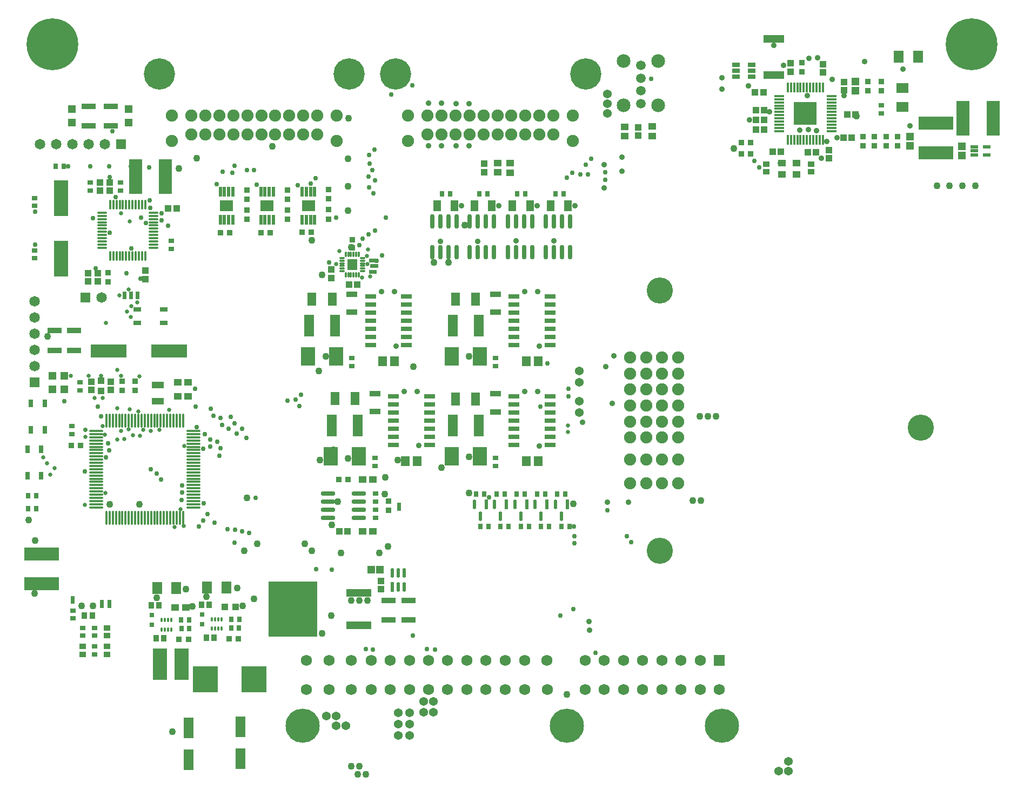
<source format=gts>
G04*
G04 #@! TF.GenerationSoftware,Altium Limited,Altium Designer,23.7.1 (13)*
G04*
G04 Layer_Color=8388736*
%FSLAX25Y25*%
%MOIN*%
G70*
G04*
G04 #@! TF.SameCoordinates,3671DF12-B1F1-4326-BA21-4D3E62DEF6AE*
G04*
G04*
G04 #@! TF.FilePolarity,Negative*
G04*
G01*
G75*
%ADD22O,0.01181X0.03937*%
%ADD23O,0.03937X0.01181*%
%ADD24R,0.06457X0.07087*%
%ADD25O,0.08661X0.01575*%
%ADD26O,0.01575X0.08661*%
%ADD27R,0.03543X0.02953*%
%ADD28R,0.04134X0.03543*%
%ADD29R,0.03543X0.04134*%
%ADD30R,0.02953X0.03150*%
%ADD31R,0.03740X0.03937*%
%ADD32R,0.03681X0.03788*%
%ADD33R,0.02953X0.03543*%
%ADD34R,0.02985X0.03197*%
G04:AMPARAMS|DCode=35|XSize=26.38mil|YSize=11.81mil|CornerRadius=1.95mil|HoleSize=0mil|Usage=FLASHONLY|Rotation=270.000|XOffset=0mil|YOffset=0mil|HoleType=Round|Shape=RoundedRectangle|*
%AMROUNDEDRECTD35*
21,1,0.02638,0.00791,0,0,270.0*
21,1,0.02248,0.01181,0,0,270.0*
1,1,0.00390,-0.00396,-0.01124*
1,1,0.00390,-0.00396,0.01124*
1,1,0.00390,0.00396,0.01124*
1,1,0.00390,0.00396,-0.01124*
%
%ADD35ROUNDEDRECTD35*%
%ADD36R,0.05924X0.07505*%
%ADD37R,0.04369X0.03985*%
%ADD38R,0.03581X0.03591*%
%ADD39R,0.04560X0.03985*%
%ADD40R,0.08661X0.19685*%
%ADD41R,0.15551X0.16142*%
%ADD42R,0.06299X0.12598*%
%ADD43R,0.05118X0.01968*%
%ADD44R,0.03197X0.02985*%
%ADD45R,0.03400X0.03788*%
%ADD46R,0.05118X0.05118*%
%ADD47R,0.05118X0.05118*%
%ADD48R,0.09055X0.03543*%
%ADD49R,0.02953X0.04528*%
%ADD50R,0.04331X0.04134*%
%ADD51R,0.04134X0.04331*%
%ADD52R,0.03740X0.03347*%
%ADD53O,0.09055X0.02756*%
%ADD54R,0.03591X0.03772*%
%ADD55R,0.03394X0.02894*%
%ADD56R,0.04331X0.03937*%
%ADD57R,0.07480X0.04331*%
%ADD58R,0.08465X0.21457*%
%ADD59O,0.01378X0.06496*%
%ADD60O,0.06496X0.01378*%
%ADD61R,0.08661X0.22441*%
%ADD62R,0.03788X0.03400*%
%ADD63R,0.04528X0.02953*%
%ADD64R,0.22047X0.08268*%
%ADD65R,0.15433X0.04528*%
%ADD66R,0.29843X0.34055*%
%ADD67R,0.04528X0.04724*%
G04:AMPARAMS|DCode=68|XSize=59.26mil|YSize=22.43mil|CornerRadius=11.22mil|HoleSize=0mil|Usage=FLASHONLY|Rotation=90.000|XOffset=0mil|YOffset=0mil|HoleType=Round|Shape=RoundedRectangle|*
%AMROUNDEDRECTD68*
21,1,0.05926,0.00000,0,0,90.0*
21,1,0.03683,0.02243,0,0,90.0*
1,1,0.02243,0.00000,0.01841*
1,1,0.02243,0.00000,-0.01841*
1,1,0.02243,0.00000,-0.01841*
1,1,0.02243,0.00000,0.01841*
%
%ADD68ROUNDEDRECTD68*%
%ADD69R,0.02243X0.05926*%
%ADD70R,0.02165X0.05906*%
%ADD71R,0.07835X0.06575*%
%ADD72R,0.02275X0.06001*%
G04:AMPARAMS|DCode=73|XSize=60.01mil|YSize=22.75mil|CornerRadius=11.38mil|HoleSize=0mil|Usage=FLASHONLY|Rotation=270.000|XOffset=0mil|YOffset=0mil|HoleType=Round|Shape=RoundedRectangle|*
%AMROUNDEDRECTD73*
21,1,0.06001,0.00000,0,0,270.0*
21,1,0.03725,0.02275,0,0,270.0*
1,1,0.02275,0.00000,-0.01863*
1,1,0.02275,0.00000,0.01863*
1,1,0.02275,0.00000,0.01863*
1,1,0.02275,0.00000,-0.01863*
%
%ADD73ROUNDEDRECTD73*%
%ADD74R,0.04724X0.04134*%
%ADD75R,0.04724X0.03937*%
%ADD76R,0.21457X0.08465*%
G04:AMPARAMS|DCode=77|XSize=29.53mil|YSize=68.9mil|CornerRadius=3.89mil|HoleSize=0mil|Usage=FLASHONLY|Rotation=90.000|XOffset=0mil|YOffset=0mil|HoleType=Round|Shape=RoundedRectangle|*
%AMROUNDEDRECTD77*
21,1,0.02953,0.06112,0,0,90.0*
21,1,0.02175,0.06890,0,0,90.0*
1,1,0.00778,0.03056,0.01088*
1,1,0.00778,0.03056,-0.01088*
1,1,0.00778,-0.03056,-0.01088*
1,1,0.00778,-0.03056,0.01088*
%
%ADD77ROUNDEDRECTD77*%
%ADD78R,0.05709X0.07874*%
%ADD79R,0.06693X0.03740*%
%ADD80R,0.05727X0.06127*%
%ADD81R,0.08894X0.11193*%
%ADD82R,0.05906X0.13780*%
%ADD83O,0.02756X0.09055*%
%ADD84R,0.05140X0.06922*%
%ADD85R,0.04724X0.04528*%
%ADD86R,0.03788X0.03596*%
%ADD87R,0.12631X0.04547*%
%ADD88R,0.07505X0.05924*%
%ADD89R,0.14252X0.14252*%
%ADD90R,0.05118X0.02559*%
%ADD91R,0.03937X0.03740*%
%ADD92R,0.05118X0.04134*%
%ADD93R,0.01181X0.06299*%
%ADD94R,0.06299X0.01181*%
%ADD95R,0.06496X0.06496*%
%ADD96C,0.06496*%
%ADD97C,0.07480*%
%ADD98C,0.16142*%
%ADD99C,0.19291*%
%ADD100R,0.06496X0.06496*%
%ADD101C,0.06890*%
%ADD102R,0.06890X0.06890*%
%ADD103C,0.21063*%
%ADD104C,0.08465*%
%ADD105C,0.05984*%
%ADD106C,0.04331*%
%ADD107C,0.31890*%
%ADD108C,0.02992*%
%ADD109C,0.02598*%
%ADD110C,0.02756*%
%ADD111C,0.03543*%
%ADD112C,0.05394*%
%ADD113C,0.02480*%
G36*
X221523Y322993D02*
X221560Y322982D01*
X221594Y322964D01*
X221624Y322939D01*
X221649Y322909D01*
X221667Y322875D01*
X221678Y322838D01*
X221682Y322799D01*
Y320831D01*
X221678Y320792D01*
X221667Y320755D01*
X221649Y320721D01*
X221624Y320691D01*
X221594Y320666D01*
X221560Y320648D01*
X221523Y320637D01*
X221484Y320633D01*
X218925D01*
X218917Y320634D01*
X218908Y320634D01*
X218898Y320636D01*
X218887Y320637D01*
X218879Y320639D01*
X218870Y320641D01*
X218860Y320645D01*
X218849Y320648D01*
X218842Y320652D01*
X218834Y320655D01*
X218825Y320661D01*
X218815Y320666D01*
X218809Y320672D01*
X218802Y320676D01*
X218794Y320684D01*
X218785Y320691D01*
X218780Y320697D01*
X218774Y320703D01*
X218768Y320712D01*
X218761Y320721D01*
X218759Y320724D01*
X218745Y320707D01*
X218737Y320699D01*
X218730Y320691D01*
X218724Y320685D01*
X218718Y320679D01*
X218709Y320673D01*
X218700Y320666D01*
X218693Y320662D01*
X218686Y320657D01*
X218676Y320653D01*
X218666Y320648D01*
X218658Y320645D01*
X218650Y320642D01*
X218640Y320640D01*
X218629Y320637D01*
X218621Y320636D01*
X218612Y320634D01*
X218601Y320634D01*
X218590Y320633D01*
X217016D01*
X216977Y320637D01*
X216940Y320648D01*
X216906Y320666D01*
X216876Y320691D01*
X216851Y320721D01*
X216833Y320755D01*
X216822Y320792D01*
X216818Y320831D01*
Y322799D01*
X216822Y322838D01*
X216833Y322875D01*
X216851Y322909D01*
X216876Y322939D01*
X216906Y322964D01*
X216940Y322982D01*
X216977Y322993D01*
X217016Y322997D01*
X218590D01*
X218601Y322996D01*
X218612Y322996D01*
X218621Y322994D01*
X218629Y322993D01*
X218640Y322990D01*
X218650Y322988D01*
X218658Y322984D01*
X218666Y322982D01*
X218676Y322977D01*
X218686Y322972D01*
X218693Y322968D01*
X218700Y322964D01*
X218709Y322957D01*
X218718Y322951D01*
X218724Y322944D01*
X218730Y322939D01*
X218737Y322931D01*
X218745Y322923D01*
X218759Y322905D01*
X218761Y322909D01*
X218768Y322918D01*
X218774Y322927D01*
X218780Y322933D01*
X218785Y322939D01*
X218794Y322946D01*
X218802Y322954D01*
X218809Y322958D01*
X218815Y322964D01*
X218825Y322969D01*
X218834Y322975D01*
X218842Y322978D01*
X218849Y322982D01*
X218860Y322985D01*
X218870Y322989D01*
X218879Y322991D01*
X218887Y322993D01*
X218898Y322994D01*
X218908Y322996D01*
X218917Y322996D01*
X218925Y322997D01*
X221484D01*
X221523Y322993D01*
D02*
G37*
G36*
X222430Y319493D02*
X222467Y319482D01*
X222502Y319464D01*
X222532Y319439D01*
X222556Y319409D01*
X222574Y319375D01*
X222586Y319338D01*
X222589Y319299D01*
Y317331D01*
X222586Y317292D01*
X222574Y317255D01*
X222556Y317221D01*
X222532Y317191D01*
X222502Y317166D01*
X222467Y317148D01*
X222430Y317137D01*
X222392Y317133D01*
X219833D01*
X219824Y317134D01*
X219816Y317134D01*
X219805Y317136D01*
X219794Y317137D01*
X219786Y317139D01*
X219778Y317141D01*
X219767Y317145D01*
X219757Y317148D01*
X219750Y317152D01*
X219742Y317155D01*
X219732Y317161D01*
X219723Y317166D01*
X219716Y317172D01*
X219709Y317176D01*
X219701Y317184D01*
X219693Y317191D01*
X219687Y317197D01*
X219681Y317203D01*
X219675Y317212D01*
X219668Y317221D01*
X219666Y317224D01*
X219653Y317207D01*
X219645Y317199D01*
X219638Y317191D01*
X219631Y317185D01*
X219625Y317179D01*
X219616Y317173D01*
X219608Y317166D01*
X219601Y317162D01*
X219593Y317158D01*
X219583Y317153D01*
X219574Y317148D01*
X219566Y317145D01*
X219558Y317142D01*
X219547Y317140D01*
X219537Y317137D01*
X219528Y317136D01*
X219520Y317134D01*
X219509Y317134D01*
X219498Y317133D01*
X217923D01*
X217885Y317137D01*
X217847Y317148D01*
X217813Y317166D01*
X217783Y317191D01*
X217759Y317221D01*
X217741Y317255D01*
X217729Y317292D01*
X217725Y317331D01*
Y319299D01*
X217729Y319338D01*
X217741Y319375D01*
X217759Y319409D01*
X217783Y319439D01*
X217813Y319464D01*
X217847Y319482D01*
X217885Y319493D01*
X217923Y319497D01*
X219498D01*
X219509Y319496D01*
X219520Y319496D01*
X219528Y319494D01*
X219537Y319493D01*
X219547Y319490D01*
X219558Y319488D01*
X219566Y319484D01*
X219574Y319482D01*
X219583Y319477D01*
X219593Y319473D01*
X219601Y319468D01*
X219608Y319464D01*
X219616Y319457D01*
X219625Y319450D01*
X219631Y319444D01*
X219638Y319439D01*
X219645Y319431D01*
X219653Y319423D01*
X219666Y319406D01*
X219668Y319409D01*
X219675Y319418D01*
X219681Y319427D01*
X219688Y319433D01*
X219693Y319439D01*
X219701Y319446D01*
X219709Y319454D01*
X219716Y319458D01*
X219723Y319464D01*
X219732Y319469D01*
X219742Y319475D01*
X219750Y319478D01*
X219757Y319482D01*
X219767Y319485D01*
X219778Y319489D01*
X219786Y319491D01*
X219794Y319493D01*
X219805Y319494D01*
X219816Y319496D01*
X219824Y319496D01*
X219833Y319497D01*
X222392D01*
X222430Y319493D01*
D02*
G37*
G36*
X221523Y315993D02*
X221560Y315982D01*
X221594Y315964D01*
X221624Y315939D01*
X221649Y315909D01*
X221667Y315875D01*
X221678Y315838D01*
X221682Y315799D01*
Y313831D01*
X221678Y313792D01*
X221667Y313755D01*
X221649Y313721D01*
X221624Y313691D01*
X221594Y313666D01*
X221560Y313648D01*
X221523Y313637D01*
X221484Y313633D01*
X218925D01*
X218917Y313634D01*
X218908Y313634D01*
X218898Y313636D01*
X218887Y313637D01*
X218879Y313639D01*
X218870Y313641D01*
X218860Y313645D01*
X218849Y313648D01*
X218842Y313652D01*
X218834Y313655D01*
X218825Y313661D01*
X218815Y313666D01*
X218809Y313672D01*
X218802Y313676D01*
X218794Y313684D01*
X218785Y313691D01*
X218780Y313697D01*
X218774Y313703D01*
X218768Y313712D01*
X218761Y313721D01*
X218759Y313724D01*
X218745Y313707D01*
X218737Y313699D01*
X218730Y313691D01*
X218724Y313685D01*
X218718Y313679D01*
X218709Y313673D01*
X218700Y313666D01*
X218693Y313662D01*
X218686Y313657D01*
X218676Y313653D01*
X218666Y313648D01*
X218658Y313646D01*
X218650Y313642D01*
X218640Y313640D01*
X218629Y313637D01*
X218621Y313636D01*
X218612Y313634D01*
X218601Y313634D01*
X218590Y313633D01*
X217016D01*
X216977Y313637D01*
X216940Y313648D01*
X216906Y313666D01*
X216876Y313691D01*
X216851Y313721D01*
X216833Y313755D01*
X216822Y313792D01*
X216818Y313831D01*
Y315799D01*
X216822Y315838D01*
X216833Y315875D01*
X216851Y315909D01*
X216876Y315939D01*
X216906Y315964D01*
X216940Y315982D01*
X216977Y315993D01*
X217016Y315997D01*
X218590D01*
X218601Y315996D01*
X218612Y315996D01*
X218621Y315994D01*
X218629Y315993D01*
X218640Y315990D01*
X218650Y315988D01*
X218658Y315984D01*
X218666Y315982D01*
X218676Y315977D01*
X218686Y315972D01*
X218693Y315968D01*
X218700Y315964D01*
X218709Y315957D01*
X218718Y315950D01*
X218724Y315945D01*
X218730Y315939D01*
X218737Y315931D01*
X218745Y315923D01*
X218759Y315905D01*
X218761Y315909D01*
X218768Y315917D01*
X218774Y315927D01*
X218780Y315933D01*
X218785Y315939D01*
X218794Y315946D01*
X218802Y315954D01*
X218809Y315958D01*
X218815Y315964D01*
X218825Y315969D01*
X218834Y315975D01*
X218842Y315978D01*
X218849Y315982D01*
X218860Y315985D01*
X218870Y315989D01*
X218879Y315991D01*
X218887Y315993D01*
X218898Y315994D01*
X218908Y315996D01*
X218917Y315996D01*
X218925Y315997D01*
X221484D01*
X221523Y315993D01*
D02*
G37*
G36*
X75023Y302678D02*
X75060Y302667D01*
X75094Y302649D01*
X75124Y302624D01*
X75149Y302594D01*
X75167Y302560D01*
X75178Y302523D01*
X75182Y302484D01*
Y301500D01*
Y299925D01*
X75181Y299917D01*
X75181Y299908D01*
X75179Y299898D01*
X75178Y299887D01*
X75176Y299879D01*
X75174Y299870D01*
X75170Y299860D01*
X75167Y299850D01*
X75163Y299842D01*
X75160Y299834D01*
X75154Y299825D01*
X75149Y299815D01*
X75143Y299809D01*
X75139Y299802D01*
X75131Y299794D01*
X75124Y299785D01*
X75117Y299780D01*
X75112Y299774D01*
X75103Y299768D01*
X75094Y299761D01*
X75090Y299759D01*
X75108Y299745D01*
X75116Y299737D01*
X75124Y299730D01*
X75129Y299724D01*
X75136Y299718D01*
X75142Y299709D01*
X75149Y299700D01*
X75153Y299693D01*
X75157Y299686D01*
X75162Y299676D01*
X75167Y299666D01*
X75169Y299658D01*
X75173Y299650D01*
X75175Y299640D01*
X75178Y299629D01*
X75179Y299621D01*
X75181Y299612D01*
X75181Y299601D01*
X75182Y299590D01*
Y298016D01*
X75178Y297977D01*
X75167Y297940D01*
X75149Y297906D01*
X75124Y297876D01*
X75094Y297851D01*
X75060Y297833D01*
X75023Y297822D01*
X74984Y297818D01*
X73016D01*
X72977Y297822D01*
X72940Y297833D01*
X72906Y297851D01*
X72876Y297876D01*
X72851Y297906D01*
X72833Y297940D01*
X72822Y297977D01*
X72818Y298016D01*
Y299590D01*
X72819Y299601D01*
X72819Y299612D01*
X72821Y299621D01*
X72822Y299629D01*
X72825Y299640D01*
X72827Y299650D01*
X72831Y299658D01*
X72833Y299666D01*
X72838Y299676D01*
X72843Y299686D01*
X72847Y299693D01*
X72851Y299700D01*
X72858Y299709D01*
X72864Y299718D01*
X72870Y299724D01*
X72876Y299730D01*
X72884Y299737D01*
X72892Y299745D01*
X72909Y299759D01*
X72906Y299761D01*
X72897Y299768D01*
X72888Y299774D01*
X72882Y299780D01*
X72876Y299785D01*
X72869Y299794D01*
X72861Y299802D01*
X72857Y299809D01*
X72851Y299815D01*
X72846Y299825D01*
X72840Y299834D01*
X72837Y299842D01*
X72833Y299850D01*
X72830Y299860D01*
X72826Y299870D01*
X72824Y299879D01*
X72822Y299887D01*
X72821Y299898D01*
X72819Y299908D01*
X72819Y299917D01*
X72818Y299925D01*
Y301500D01*
Y302484D01*
X72822Y302523D01*
X72833Y302560D01*
X72851Y302594D01*
X72876Y302624D01*
X72906Y302649D01*
X72940Y302667D01*
X72977Y302678D01*
X73016Y302682D01*
X74984D01*
X75023Y302678D01*
D02*
G37*
G36*
X71023D02*
X71060Y302667D01*
X71094Y302649D01*
X71124Y302624D01*
X71149Y302594D01*
X71167Y302560D01*
X71178Y302523D01*
X71182Y302484D01*
Y301500D01*
Y299925D01*
X71181Y299917D01*
X71181Y299908D01*
X71179Y299898D01*
X71178Y299887D01*
X71176Y299879D01*
X71174Y299870D01*
X71170Y299860D01*
X71167Y299850D01*
X71163Y299842D01*
X71160Y299834D01*
X71154Y299825D01*
X71149Y299815D01*
X71143Y299809D01*
X71139Y299802D01*
X71131Y299794D01*
X71124Y299785D01*
X71118Y299780D01*
X71112Y299774D01*
X71103Y299768D01*
X71094Y299761D01*
X71091Y299759D01*
X71108Y299745D01*
X71116Y299737D01*
X71124Y299730D01*
X71130Y299724D01*
X71136Y299718D01*
X71142Y299709D01*
X71149Y299700D01*
X71153Y299693D01*
X71157Y299686D01*
X71162Y299676D01*
X71167Y299666D01*
X71169Y299658D01*
X71173Y299650D01*
X71175Y299640D01*
X71178Y299629D01*
X71179Y299621D01*
X71181Y299612D01*
X71181Y299601D01*
X71182Y299590D01*
Y298016D01*
X71178Y297977D01*
X71167Y297940D01*
X71149Y297906D01*
X71124Y297876D01*
X71094Y297851D01*
X71060Y297833D01*
X71023Y297822D01*
X70984Y297818D01*
X69016D01*
X68977Y297822D01*
X68940Y297833D01*
X68906Y297851D01*
X68876Y297876D01*
X68851Y297906D01*
X68833Y297940D01*
X68822Y297977D01*
X68818Y298016D01*
Y299590D01*
X68819Y299601D01*
X68819Y299612D01*
X68821Y299621D01*
X68822Y299629D01*
X68825Y299640D01*
X68827Y299650D01*
X68831Y299658D01*
X68833Y299666D01*
X68838Y299676D01*
X68843Y299686D01*
X68847Y299693D01*
X68851Y299700D01*
X68858Y299709D01*
X68864Y299718D01*
X68871Y299724D01*
X68876Y299730D01*
X68884Y299737D01*
X68892Y299745D01*
X68910Y299759D01*
X68906Y299761D01*
X68897Y299768D01*
X68888Y299774D01*
X68882Y299780D01*
X68876Y299785D01*
X68869Y299794D01*
X68861Y299802D01*
X68857Y299809D01*
X68851Y299815D01*
X68846Y299825D01*
X68840Y299834D01*
X68837Y299842D01*
X68833Y299850D01*
X68830Y299860D01*
X68826Y299870D01*
X68824Y299879D01*
X68822Y299887D01*
X68821Y299898D01*
X68819Y299908D01*
X68819Y299917D01*
X68818Y299925D01*
Y301500D01*
Y302484D01*
X68822Y302523D01*
X68833Y302560D01*
X68851Y302594D01*
X68876Y302624D01*
X68906Y302649D01*
X68940Y302667D01*
X68977Y302678D01*
X69016Y302682D01*
X70984D01*
X71023Y302678D01*
D02*
G37*
G36*
X67023D02*
X67060Y302667D01*
X67094Y302649D01*
X67124Y302624D01*
X67149Y302594D01*
X67167Y302560D01*
X67178Y302523D01*
X67182Y302484D01*
Y301500D01*
Y299925D01*
X67181Y299917D01*
X67181Y299908D01*
X67179Y299898D01*
X67178Y299887D01*
X67176Y299879D01*
X67174Y299870D01*
X67170Y299860D01*
X67167Y299850D01*
X67163Y299842D01*
X67160Y299834D01*
X67154Y299825D01*
X67149Y299815D01*
X67143Y299809D01*
X67139Y299802D01*
X67131Y299794D01*
X67124Y299785D01*
X67118Y299780D01*
X67112Y299774D01*
X67103Y299768D01*
X67094Y299761D01*
X67090Y299759D01*
X67108Y299745D01*
X67116Y299737D01*
X67124Y299730D01*
X67129Y299724D01*
X67136Y299718D01*
X67142Y299709D01*
X67149Y299700D01*
X67153Y299693D01*
X67158Y299686D01*
X67162Y299676D01*
X67167Y299666D01*
X67169Y299658D01*
X67173Y299650D01*
X67175Y299640D01*
X67178Y299629D01*
X67179Y299621D01*
X67181Y299612D01*
X67181Y299601D01*
X67182Y299590D01*
Y298016D01*
X67178Y297977D01*
X67167Y297940D01*
X67149Y297906D01*
X67124Y297876D01*
X67094Y297851D01*
X67060Y297833D01*
X67023Y297822D01*
X66984Y297818D01*
X65016D01*
X64977Y297822D01*
X64940Y297833D01*
X64906Y297851D01*
X64876Y297876D01*
X64851Y297906D01*
X64833Y297940D01*
X64822Y297977D01*
X64818Y298016D01*
Y299590D01*
X64819Y299601D01*
X64819Y299612D01*
X64821Y299621D01*
X64822Y299629D01*
X64825Y299640D01*
X64827Y299650D01*
X64831Y299658D01*
X64833Y299666D01*
X64838Y299676D01*
X64842Y299686D01*
X64847Y299693D01*
X64851Y299700D01*
X64858Y299709D01*
X64864Y299718D01*
X64871Y299724D01*
X64876Y299730D01*
X64884Y299737D01*
X64892Y299745D01*
X64909Y299759D01*
X64906Y299761D01*
X64898Y299768D01*
X64888Y299774D01*
X64882Y299780D01*
X64876Y299785D01*
X64869Y299794D01*
X64861Y299802D01*
X64857Y299809D01*
X64851Y299815D01*
X64846Y299825D01*
X64840Y299834D01*
X64837Y299842D01*
X64833Y299850D01*
X64830Y299860D01*
X64826Y299870D01*
X64824Y299879D01*
X64822Y299887D01*
X64821Y299898D01*
X64819Y299908D01*
X64819Y299917D01*
X64818Y299925D01*
Y301500D01*
Y302484D01*
X64822Y302523D01*
X64833Y302560D01*
X64851Y302594D01*
X64876Y302624D01*
X64906Y302649D01*
X64940Y302667D01*
X64977Y302678D01*
X65016Y302682D01*
X66984D01*
X67023Y302678D01*
D02*
G37*
G36*
X236523Y172178D02*
X236560Y172167D01*
X236594Y172149D01*
X236624Y172124D01*
X236649Y172094D01*
X236667Y172060D01*
X236678Y172023D01*
X236682Y171984D01*
Y171000D01*
Y169425D01*
X236681Y169417D01*
X236681Y169408D01*
X236679Y169398D01*
X236678Y169387D01*
X236676Y169378D01*
X236674Y169370D01*
X236670Y169360D01*
X236667Y169350D01*
X236663Y169342D01*
X236660Y169334D01*
X236654Y169325D01*
X236649Y169315D01*
X236643Y169309D01*
X236639Y169302D01*
X236631Y169294D01*
X236624Y169285D01*
X236617Y169280D01*
X236612Y169274D01*
X236603Y169268D01*
X236594Y169261D01*
X236591Y169259D01*
X236608Y169245D01*
X236616Y169237D01*
X236624Y169230D01*
X236630Y169224D01*
X236636Y169218D01*
X236642Y169209D01*
X236649Y169200D01*
X236653Y169193D01*
X236658Y169186D01*
X236662Y169176D01*
X236667Y169166D01*
X236669Y169158D01*
X236673Y169150D01*
X236675Y169140D01*
X236678Y169129D01*
X236679Y169121D01*
X236681Y169112D01*
X236681Y169101D01*
X236682Y169091D01*
Y167516D01*
X236678Y167477D01*
X236667Y167440D01*
X236649Y167406D01*
X236624Y167376D01*
X236594Y167351D01*
X236560Y167333D01*
X236523Y167322D01*
X236484Y167318D01*
X234516D01*
X234477Y167322D01*
X234440Y167333D01*
X234406Y167351D01*
X234376Y167376D01*
X234351Y167406D01*
X234333Y167440D01*
X234322Y167477D01*
X234318Y167516D01*
Y169091D01*
X234319Y169101D01*
X234319Y169112D01*
X234321Y169121D01*
X234322Y169129D01*
X234325Y169140D01*
X234327Y169150D01*
X234331Y169158D01*
X234333Y169166D01*
X234338Y169176D01*
X234343Y169186D01*
X234347Y169193D01*
X234351Y169200D01*
X234358Y169209D01*
X234364Y169218D01*
X234370Y169224D01*
X234376Y169230D01*
X234384Y169237D01*
X234392Y169245D01*
X234409Y169259D01*
X234406Y169261D01*
X234398Y169268D01*
X234388Y169274D01*
X234382Y169280D01*
X234376Y169285D01*
X234369Y169294D01*
X234361Y169302D01*
X234357Y169309D01*
X234351Y169315D01*
X234346Y169325D01*
X234340Y169334D01*
X234337Y169342D01*
X234333Y169350D01*
X234330Y169360D01*
X234326Y169370D01*
X234324Y169378D01*
X234322Y169387D01*
X234321Y169398D01*
X234319Y169408D01*
X234319Y169417D01*
X234318Y169425D01*
Y171000D01*
Y171984D01*
X234322Y172023D01*
X234333Y172060D01*
X234351Y172094D01*
X234376Y172124D01*
X234406Y172149D01*
X234440Y172167D01*
X234477Y172178D01*
X234516Y172182D01*
X236484D01*
X236523Y172178D01*
D02*
G37*
G36*
X35153Y114767D02*
X35190Y114756D01*
X35224Y114738D01*
X35254Y114713D01*
X35279Y114683D01*
X35297Y114649D01*
X35308Y114612D01*
X35312Y114573D01*
Y112998D01*
X35311Y112988D01*
X35311Y112977D01*
X35309Y112968D01*
X35308Y112960D01*
X35305Y112950D01*
X35303Y112939D01*
X35299Y112931D01*
X35297Y112923D01*
X35292Y112913D01*
X35287Y112903D01*
X35283Y112896D01*
X35279Y112889D01*
X35272Y112880D01*
X35265Y112871D01*
X35259Y112865D01*
X35254Y112859D01*
X35245Y112852D01*
X35238Y112844D01*
X35221Y112830D01*
X35224Y112828D01*
X35232Y112821D01*
X35242Y112815D01*
X35247Y112809D01*
X35254Y112804D01*
X35261Y112795D01*
X35269Y112787D01*
X35273Y112780D01*
X35279Y112774D01*
X35284Y112764D01*
X35290Y112755D01*
X35293Y112747D01*
X35297Y112740D01*
X35300Y112729D01*
X35304Y112719D01*
X35306Y112711D01*
X35308Y112702D01*
X35309Y112691D01*
X35311Y112681D01*
X35311Y112672D01*
X35312Y112664D01*
Y111089D01*
Y110105D01*
X35308Y110066D01*
X35297Y110029D01*
X35279Y109995D01*
X35254Y109965D01*
X35224Y109940D01*
X35190Y109922D01*
X35153Y109911D01*
X35114Y109907D01*
X33146D01*
X33107Y109911D01*
X33070Y109922D01*
X33036Y109940D01*
X33006Y109965D01*
X32981Y109995D01*
X32963Y110029D01*
X32952Y110066D01*
X32948Y110105D01*
Y111089D01*
Y112664D01*
X32949Y112672D01*
X32949Y112681D01*
X32951Y112691D01*
X32952Y112702D01*
X32954Y112711D01*
X32956Y112719D01*
X32960Y112729D01*
X32963Y112740D01*
X32967Y112747D01*
X32970Y112755D01*
X32976Y112764D01*
X32981Y112774D01*
X32987Y112780D01*
X32991Y112787D01*
X32999Y112795D01*
X33006Y112804D01*
X33012Y112809D01*
X33018Y112815D01*
X33027Y112821D01*
X33036Y112828D01*
X33039Y112830D01*
X33022Y112844D01*
X33014Y112852D01*
X33006Y112859D01*
X33000Y112865D01*
X32994Y112871D01*
X32988Y112880D01*
X32981Y112889D01*
X32977Y112896D01*
X32972Y112903D01*
X32968Y112913D01*
X32963Y112923D01*
X32961Y112931D01*
X32957Y112939D01*
X32955Y112950D01*
X32952Y112960D01*
X32951Y112968D01*
X32949Y112977D01*
X32949Y112988D01*
X32948Y112998D01*
Y114573D01*
X32952Y114612D01*
X32963Y114649D01*
X32981Y114683D01*
X33006Y114713D01*
X33036Y114738D01*
X33070Y114756D01*
X33107Y114767D01*
X33146Y114771D01*
X35114D01*
X35153Y114767D01*
D02*
G37*
G36*
X57653Y112267D02*
X57690Y112256D01*
X57724Y112238D01*
X57754Y112213D01*
X57779Y112183D01*
X57797Y112149D01*
X57808Y112112D01*
X57812Y112073D01*
Y110498D01*
X57811Y110488D01*
X57811Y110477D01*
X57809Y110468D01*
X57808Y110460D01*
X57805Y110450D01*
X57803Y110439D01*
X57799Y110431D01*
X57797Y110423D01*
X57792Y110413D01*
X57787Y110403D01*
X57783Y110396D01*
X57779Y110389D01*
X57772Y110380D01*
X57766Y110371D01*
X57759Y110365D01*
X57754Y110359D01*
X57746Y110352D01*
X57738Y110344D01*
X57721Y110330D01*
X57724Y110328D01*
X57732Y110321D01*
X57742Y110315D01*
X57748Y110309D01*
X57754Y110304D01*
X57761Y110295D01*
X57769Y110287D01*
X57773Y110280D01*
X57779Y110274D01*
X57784Y110264D01*
X57790Y110255D01*
X57793Y110247D01*
X57797Y110240D01*
X57800Y110229D01*
X57804Y110219D01*
X57806Y110211D01*
X57808Y110202D01*
X57809Y110192D01*
X57811Y110181D01*
X57811Y110172D01*
X57812Y110164D01*
Y108589D01*
Y107605D01*
X57808Y107566D01*
X57797Y107529D01*
X57779Y107495D01*
X57754Y107465D01*
X57724Y107440D01*
X57690Y107422D01*
X57653Y107411D01*
X57614Y107407D01*
X55646D01*
X55607Y107411D01*
X55570Y107422D01*
X55536Y107440D01*
X55506Y107465D01*
X55481Y107495D01*
X55463Y107529D01*
X55452Y107566D01*
X55448Y107605D01*
Y108589D01*
Y110164D01*
X55449Y110172D01*
X55449Y110181D01*
X55451Y110192D01*
X55452Y110202D01*
X55454Y110211D01*
X55456Y110219D01*
X55460Y110229D01*
X55463Y110240D01*
X55467Y110247D01*
X55470Y110255D01*
X55476Y110264D01*
X55481Y110274D01*
X55487Y110280D01*
X55491Y110287D01*
X55499Y110295D01*
X55506Y110304D01*
X55512Y110309D01*
X55518Y110315D01*
X55527Y110321D01*
X55536Y110328D01*
X55539Y110330D01*
X55522Y110344D01*
X55514Y110352D01*
X55506Y110359D01*
X55500Y110365D01*
X55494Y110371D01*
X55488Y110380D01*
X55481Y110389D01*
X55477Y110396D01*
X55472Y110403D01*
X55468Y110413D01*
X55463Y110423D01*
X55461Y110431D01*
X55457Y110439D01*
X55455Y110450D01*
X55452Y110460D01*
X55451Y110468D01*
X55449Y110477D01*
X55449Y110488D01*
X55448Y110498D01*
Y112073D01*
X55452Y112112D01*
X55463Y112149D01*
X55481Y112183D01*
X55506Y112213D01*
X55536Y112238D01*
X55570Y112256D01*
X55607Y112267D01*
X55646Y112271D01*
X57614D01*
X57653Y112267D01*
D02*
G37*
G36*
X53153D02*
X53190Y112256D01*
X53224Y112238D01*
X53254Y112213D01*
X53279Y112183D01*
X53297Y112149D01*
X53308Y112112D01*
X53312Y112073D01*
Y111089D01*
Y109514D01*
X53311Y109506D01*
X53311Y109497D01*
X53309Y109487D01*
X53308Y109476D01*
X53306Y109467D01*
X53304Y109459D01*
X53300Y109449D01*
X53297Y109439D01*
X53293Y109431D01*
X53290Y109423D01*
X53284Y109414D01*
X53279Y109404D01*
X53273Y109398D01*
X53269Y109391D01*
X53261Y109383D01*
X53254Y109374D01*
X53247Y109369D01*
X53241Y109363D01*
X53233Y109357D01*
X53224Y109350D01*
X53220Y109348D01*
X53238Y109334D01*
X53246Y109326D01*
X53254Y109319D01*
X53259Y109313D01*
X53266Y109307D01*
X53272Y109298D01*
X53279Y109290D01*
X53283Y109282D01*
X53287Y109275D01*
X53292Y109265D01*
X53297Y109255D01*
X53299Y109247D01*
X53303Y109239D01*
X53305Y109229D01*
X53308Y109218D01*
X53309Y109210D01*
X53311Y109201D01*
X53311Y109190D01*
X53312Y109180D01*
Y107605D01*
X53308Y107566D01*
X53297Y107529D01*
X53279Y107495D01*
X53254Y107465D01*
X53224Y107440D01*
X53190Y107422D01*
X53153Y107411D01*
X53114Y107407D01*
X51146D01*
X51107Y107411D01*
X51070Y107422D01*
X51036Y107440D01*
X51006Y107465D01*
X50981Y107495D01*
X50963Y107529D01*
X50952Y107566D01*
X50948Y107605D01*
Y109180D01*
X50949Y109190D01*
X50949Y109201D01*
X50951Y109210D01*
X50952Y109218D01*
X50955Y109229D01*
X50957Y109239D01*
X50960Y109247D01*
X50963Y109255D01*
X50968Y109265D01*
X50972Y109275D01*
X50977Y109282D01*
X50981Y109290D01*
X50988Y109298D01*
X50994Y109307D01*
X51000Y109313D01*
X51006Y109319D01*
X51014Y109326D01*
X51022Y109334D01*
X51039Y109348D01*
X51036Y109350D01*
X51027Y109357D01*
X51018Y109363D01*
X51012Y109369D01*
X51006Y109374D01*
X50999Y109383D01*
X50991Y109391D01*
X50986Y109398D01*
X50981Y109404D01*
X50976Y109414D01*
X50970Y109423D01*
X50967Y109431D01*
X50963Y109439D01*
X50960Y109449D01*
X50956Y109459D01*
X50954Y109467D01*
X50952Y109476D01*
X50951Y109487D01*
X50949Y109497D01*
X50949Y109506D01*
X50948Y109514D01*
Y111089D01*
Y112073D01*
X50952Y112112D01*
X50963Y112149D01*
X50981Y112183D01*
X51006Y112213D01*
X51036Y112238D01*
X51070Y112256D01*
X51107Y112267D01*
X51146Y112271D01*
X53114D01*
X53153Y112267D01*
D02*
G37*
D22*
X210437Y325740D02*
D03*
X208862D02*
D03*
X207287D02*
D03*
X205713D02*
D03*
X204138D02*
D03*
X202563D02*
D03*
Y312890D02*
D03*
X204138D02*
D03*
X205713D02*
D03*
X207287D02*
D03*
X208862D02*
D03*
X210437D02*
D03*
D23*
X200075Y323252D02*
D03*
Y321677D02*
D03*
Y320102D02*
D03*
Y318528D02*
D03*
Y316953D02*
D03*
Y315378D02*
D03*
X212925D02*
D03*
Y316953D02*
D03*
Y318528D02*
D03*
Y320102D02*
D03*
Y321677D02*
D03*
Y323252D02*
D03*
D24*
X206500Y319315D02*
D03*
D25*
X108421Y216622D02*
D03*
Y214653D02*
D03*
Y212685D02*
D03*
Y210717D02*
D03*
Y208748D02*
D03*
Y206780D02*
D03*
Y204811D02*
D03*
Y202842D02*
D03*
Y200874D02*
D03*
Y198906D02*
D03*
Y196937D02*
D03*
Y194968D02*
D03*
Y193000D02*
D03*
Y191032D02*
D03*
Y189063D02*
D03*
Y187094D02*
D03*
Y185126D02*
D03*
Y183158D02*
D03*
Y181189D02*
D03*
Y179220D02*
D03*
Y177252D02*
D03*
Y175284D02*
D03*
Y173315D02*
D03*
Y171346D02*
D03*
Y169378D02*
D03*
X48579D02*
D03*
Y171346D02*
D03*
Y173315D02*
D03*
Y175284D02*
D03*
Y177252D02*
D03*
Y179220D02*
D03*
Y181189D02*
D03*
Y183158D02*
D03*
Y185126D02*
D03*
Y187094D02*
D03*
Y189063D02*
D03*
Y191032D02*
D03*
Y193000D02*
D03*
Y194968D02*
D03*
Y196937D02*
D03*
Y198906D02*
D03*
Y200874D02*
D03*
Y202842D02*
D03*
Y204811D02*
D03*
Y206780D02*
D03*
Y208748D02*
D03*
Y210717D02*
D03*
Y212685D02*
D03*
Y214653D02*
D03*
Y216622D02*
D03*
D26*
X102122Y163079D02*
D03*
X100154D02*
D03*
X98185D02*
D03*
X96216D02*
D03*
X94248D02*
D03*
X92279D02*
D03*
X90311D02*
D03*
X88342D02*
D03*
X86374D02*
D03*
X84405D02*
D03*
X82437D02*
D03*
X80468D02*
D03*
X78500D02*
D03*
X76531D02*
D03*
X74563D02*
D03*
X72594D02*
D03*
X70626D02*
D03*
X68657D02*
D03*
X66689D02*
D03*
X64720D02*
D03*
X62752D02*
D03*
X60783D02*
D03*
X58815D02*
D03*
X56846D02*
D03*
X54878D02*
D03*
Y222921D02*
D03*
X56846D02*
D03*
X58815D02*
D03*
X60783D02*
D03*
X62752D02*
D03*
X64720D02*
D03*
X66689D02*
D03*
X68657D02*
D03*
X70626D02*
D03*
X72594D02*
D03*
X74563D02*
D03*
X76531D02*
D03*
X78500D02*
D03*
X80468D02*
D03*
X82437D02*
D03*
X84405D02*
D03*
X86374D02*
D03*
X88342D02*
D03*
X90311D02*
D03*
X92279D02*
D03*
X94248D02*
D03*
X96216D02*
D03*
X98185D02*
D03*
X100154D02*
D03*
X102122D02*
D03*
D27*
X47630Y90227D02*
D03*
Y94951D02*
D03*
Y78727D02*
D03*
Y83451D02*
D03*
X40130Y90258D02*
D03*
Y94983D02*
D03*
X34130Y105589D02*
D03*
Y100865D02*
D03*
X10500Y323138D02*
D03*
Y327862D02*
D03*
X10512Y360362D02*
D03*
Y355638D02*
D03*
D28*
X55130Y95050D02*
D03*
Y90128D02*
D03*
Y83550D02*
D03*
Y78628D02*
D03*
X40130D02*
D03*
Y83550D02*
D03*
D29*
X41169Y102589D02*
D03*
X46091D02*
D03*
D30*
X113862Y103315D02*
D03*
Y97409D02*
D03*
X83000Y102953D02*
D03*
Y97047D02*
D03*
D31*
X116500Y88862D02*
D03*
X121224D02*
D03*
X118224Y109362D02*
D03*
X113500D02*
D03*
X85638Y88500D02*
D03*
X90362D02*
D03*
X87362Y109000D02*
D03*
X82638D02*
D03*
D32*
X130546Y88264D02*
D03*
X136179D02*
D03*
D33*
X132000Y94862D02*
D03*
X136724D02*
D03*
X101138Y94500D02*
D03*
X105862D02*
D03*
D34*
X136831Y100362D02*
D03*
X131894D02*
D03*
X105968Y100000D02*
D03*
X101031D02*
D03*
X11468Y168500D02*
D03*
X6532D02*
D03*
X11468Y176500D02*
D03*
X6532D02*
D03*
X23531Y380000D02*
D03*
X28468D02*
D03*
X337937Y177656D02*
D03*
X333000D02*
D03*
X325437D02*
D03*
X320500D02*
D03*
X312937D02*
D03*
X308000D02*
D03*
X340437Y157656D02*
D03*
X335500D02*
D03*
X327937D02*
D03*
X323000D02*
D03*
X315437D02*
D03*
X310500D02*
D03*
X300437Y177656D02*
D03*
X295500D02*
D03*
X302937Y157656D02*
D03*
X298000D02*
D03*
X287937Y177656D02*
D03*
X283000D02*
D03*
X290437Y157656D02*
D03*
X285500D02*
D03*
X336766Y363000D02*
D03*
X331829D02*
D03*
X313266D02*
D03*
X308329D02*
D03*
X289766D02*
D03*
X284829D02*
D03*
X266766D02*
D03*
X261829D02*
D03*
D35*
X125815Y94449D02*
D03*
X123846D02*
D03*
X121878D02*
D03*
X119909D02*
D03*
Y100276D02*
D03*
X121878D02*
D03*
X123846D02*
D03*
X125815D02*
D03*
X94953Y94087D02*
D03*
X92984D02*
D03*
X91016D02*
D03*
X89047D02*
D03*
Y99913D02*
D03*
X91016D02*
D03*
X92984D02*
D03*
X94953D02*
D03*
D36*
X116954Y119862D02*
D03*
X128771D02*
D03*
X86091Y119500D02*
D03*
X97909D02*
D03*
X555409Y447500D02*
D03*
X543591D02*
D03*
D37*
X128011Y107862D02*
D03*
X134714D02*
D03*
D38*
X99542Y88000D02*
D03*
X105458D02*
D03*
D39*
X97244Y107500D02*
D03*
X103756D02*
D03*
X219256Y154500D02*
D03*
X212744D02*
D03*
X219256Y186500D02*
D03*
X212744D02*
D03*
X98744Y238000D02*
D03*
X105256D02*
D03*
X98744Y246500D02*
D03*
X105256D02*
D03*
D40*
X101193Y72500D02*
D03*
X87807D02*
D03*
D41*
X145980Y63362D02*
D03*
X115862D02*
D03*
D42*
X137500Y33843D02*
D03*
Y14157D02*
D03*
X105500Y33342D02*
D03*
Y13657D02*
D03*
D43*
X590299Y392059D02*
D03*
Y389500D02*
D03*
Y386941D02*
D03*
X597780D02*
D03*
Y392059D02*
D03*
D44*
X33500Y214531D02*
D03*
Y219468D02*
D03*
X38500Y246468D02*
D03*
Y241531D02*
D03*
X63500Y365032D02*
D03*
Y369969D02*
D03*
X45000Y365032D02*
D03*
Y369969D02*
D03*
X206378Y261469D02*
D03*
Y256532D02*
D03*
X294969D02*
D03*
Y261469D02*
D03*
Y194973D02*
D03*
Y199909D02*
D03*
X220443Y199968D02*
D03*
Y195031D02*
D03*
X533000Y412532D02*
D03*
Y417469D02*
D03*
D45*
X33128Y207500D02*
D03*
X38872D02*
D03*
X203872Y186500D02*
D03*
X198128D02*
D03*
X181372Y339250D02*
D03*
X175628D02*
D03*
X155872Y339000D02*
D03*
X150128D02*
D03*
X130872D02*
D03*
X125128D02*
D03*
X446628Y387500D02*
D03*
X452372D02*
D03*
X446500Y394500D02*
D03*
X452243D02*
D03*
D46*
X29000Y250634D02*
D03*
Y242366D02*
D03*
X33500Y406866D02*
D03*
Y415134D02*
D03*
D47*
X21500Y242366D02*
D03*
Y250634D02*
D03*
X68500Y406866D02*
D03*
Y415134D02*
D03*
D48*
X23031Y278602D02*
D03*
Y266398D02*
D03*
X35032Y278602D02*
D03*
Y266398D02*
D03*
X57500Y417102D02*
D03*
Y404898D02*
D03*
X44000Y417102D02*
D03*
Y404898D02*
D03*
X228890Y99898D02*
D03*
Y112102D02*
D03*
X241390Y99898D02*
D03*
Y112102D02*
D03*
D49*
X16732Y233669D02*
D03*
Y217331D02*
D03*
X8268Y233669D02*
D03*
Y217331D02*
D03*
X6201Y188831D02*
D03*
Y205169D02*
D03*
X14665Y188831D02*
D03*
Y205169D02*
D03*
D50*
X193500Y316118D02*
D03*
Y311000D02*
D03*
X45500Y247059D02*
D03*
Y241941D02*
D03*
X57500Y241941D02*
D03*
Y247059D02*
D03*
X57000Y370059D02*
D03*
Y364941D02*
D03*
X51000D02*
D03*
Y370059D02*
D03*
X49500Y308941D02*
D03*
Y314059D02*
D03*
X43500Y308941D02*
D03*
Y314059D02*
D03*
X79000Y310441D02*
D03*
Y315559D02*
D03*
X224390Y118941D02*
D03*
Y124059D02*
D03*
X288000Y376441D02*
D03*
Y381559D02*
D03*
X510000Y432059D02*
D03*
Y426941D02*
D03*
X497000Y443059D02*
D03*
Y437941D02*
D03*
X477000Y443559D02*
D03*
Y438441D02*
D03*
X500500Y384941D02*
D03*
Y390059D02*
D03*
X382803Y398941D02*
D03*
Y404059D02*
D03*
D51*
X204441Y307000D02*
D03*
X209559D02*
D03*
X203559Y154500D02*
D03*
X198441D02*
D03*
X98118Y354000D02*
D03*
X93000D02*
D03*
X514559Y397500D02*
D03*
X509441D02*
D03*
X517059Y412000D02*
D03*
X511941D02*
D03*
X465941Y389000D02*
D03*
X471059D02*
D03*
X455441Y402500D02*
D03*
X460559D02*
D03*
X455441Y408500D02*
D03*
X460559D02*
D03*
X455441Y414500D02*
D03*
X460559D02*
D03*
X455000Y425500D02*
D03*
X460118D02*
D03*
X492559Y388500D02*
D03*
X487441D02*
D03*
D52*
X206500Y329539D02*
D03*
Y334461D02*
D03*
D53*
X191551Y178000D02*
D03*
Y173000D02*
D03*
Y168000D02*
D03*
Y163000D02*
D03*
X210449Y178000D02*
D03*
Y173000D02*
D03*
Y168000D02*
D03*
Y163000D02*
D03*
D54*
X229000Y167638D02*
D03*
Y173362D02*
D03*
X64500Y241638D02*
D03*
Y247362D02*
D03*
X72500D02*
D03*
Y241638D02*
D03*
X533000Y432362D02*
D03*
Y426638D02*
D03*
D55*
X221000Y163077D02*
D03*
Y167923D02*
D03*
Y177923D02*
D03*
Y173077D02*
D03*
X95000Y329077D02*
D03*
Y333923D02*
D03*
D56*
X51500Y247650D02*
D03*
Y241350D02*
D03*
D57*
X86500Y235079D02*
D03*
Y244921D02*
D03*
D58*
X72748Y373500D02*
D03*
X91252D02*
D03*
X583248Y409500D02*
D03*
X601752D02*
D03*
D59*
X57173Y356347D02*
D03*
X59142D02*
D03*
X61110D02*
D03*
X63079D02*
D03*
X65047D02*
D03*
X67016D02*
D03*
X68984D02*
D03*
X70953D02*
D03*
X72921D02*
D03*
X74890D02*
D03*
X76858D02*
D03*
X78827D02*
D03*
Y324654D02*
D03*
X76858D02*
D03*
X74890D02*
D03*
X72921D02*
D03*
X70953D02*
D03*
X68984D02*
D03*
X67016D02*
D03*
X65047D02*
D03*
X63079D02*
D03*
X61110D02*
D03*
X59142D02*
D03*
X57173D02*
D03*
D60*
X83846Y351327D02*
D03*
Y349358D02*
D03*
Y347390D02*
D03*
Y345421D02*
D03*
Y343453D02*
D03*
Y341484D02*
D03*
Y339516D02*
D03*
Y337547D02*
D03*
Y335579D02*
D03*
Y333610D02*
D03*
Y331642D02*
D03*
Y329673D02*
D03*
X52153D02*
D03*
Y331642D02*
D03*
Y333610D02*
D03*
Y335579D02*
D03*
Y337547D02*
D03*
Y339516D02*
D03*
Y341484D02*
D03*
Y343453D02*
D03*
Y345421D02*
D03*
Y347390D02*
D03*
Y349358D02*
D03*
Y351327D02*
D03*
D61*
X27000Y322799D02*
D03*
Y360201D02*
D03*
D62*
X56000Y314372D02*
D03*
Y308628D02*
D03*
X192000Y347378D02*
D03*
Y353122D02*
D03*
X166500Y347128D02*
D03*
Y352872D02*
D03*
X192000Y359878D02*
D03*
Y365622D02*
D03*
X166500Y359628D02*
D03*
Y365372D02*
D03*
X141500Y347128D02*
D03*
Y352872D02*
D03*
Y359628D02*
D03*
Y365372D02*
D03*
X521500Y392628D02*
D03*
Y398372D02*
D03*
X543000D02*
D03*
Y392628D02*
D03*
X528500Y398372D02*
D03*
Y392628D02*
D03*
X536000D02*
D03*
Y398372D02*
D03*
X484000Y443872D02*
D03*
Y438128D02*
D03*
D63*
X73831Y291732D02*
D03*
X90169D02*
D03*
X73831Y283268D02*
D03*
X90169D02*
D03*
D64*
X93701Y266000D02*
D03*
X56299D02*
D03*
D65*
X210551Y96500D02*
D03*
Y116500D02*
D03*
D66*
X170000Y106500D02*
D03*
D67*
X218134Y131000D02*
D03*
X223646D02*
D03*
D68*
X231150Y128833D02*
D03*
X234890D02*
D03*
X238630D02*
D03*
Y120167D02*
D03*
X234890D02*
D03*
D69*
X231150D02*
D03*
D70*
X175661Y347089D02*
D03*
X178220D02*
D03*
X180780D02*
D03*
X183339D02*
D03*
Y364411D02*
D03*
X180780D02*
D03*
X178220D02*
D03*
X175661D02*
D03*
X150161Y346839D02*
D03*
X152720D02*
D03*
X155280D02*
D03*
X157839D02*
D03*
Y364161D02*
D03*
X155280D02*
D03*
X152720D02*
D03*
X150161D02*
D03*
X125161Y346839D02*
D03*
X127720D02*
D03*
X130280D02*
D03*
X132839D02*
D03*
Y364161D02*
D03*
X130280D02*
D03*
X127720D02*
D03*
X125161D02*
D03*
D71*
X179500Y355750D02*
D03*
X154000Y355500D02*
D03*
X129000D02*
D03*
D72*
X339209Y171239D02*
D03*
X326709D02*
D03*
X314209D02*
D03*
X301709D02*
D03*
X289209D02*
D03*
D73*
X331728D02*
D03*
X335469Y164073D02*
D03*
X319228Y171239D02*
D03*
X322969Y164073D02*
D03*
X306728Y171239D02*
D03*
X310469Y164073D02*
D03*
X294228Y171239D02*
D03*
X297969Y164073D02*
D03*
X281728Y171239D02*
D03*
X285469Y164073D02*
D03*
D74*
X296098Y376146D02*
D03*
Y381854D02*
D03*
X374500Y398646D02*
D03*
Y404354D02*
D03*
D75*
X304000Y381953D02*
D03*
Y376047D02*
D03*
X391500Y404598D02*
D03*
Y398693D02*
D03*
D76*
X15000Y140752D02*
D03*
Y122248D02*
D03*
X566500Y406752D02*
D03*
Y388248D02*
D03*
D77*
X217756Y299500D02*
D03*
Y294500D02*
D03*
Y289500D02*
D03*
Y284500D02*
D03*
Y279500D02*
D03*
Y274500D02*
D03*
Y269500D02*
D03*
X240000Y299500D02*
D03*
Y294500D02*
D03*
Y289500D02*
D03*
Y284500D02*
D03*
Y279500D02*
D03*
Y274500D02*
D03*
Y269500D02*
D03*
X328591D02*
D03*
Y274500D02*
D03*
Y279500D02*
D03*
Y284500D02*
D03*
Y289500D02*
D03*
Y294500D02*
D03*
Y299500D02*
D03*
X306347Y269500D02*
D03*
Y274500D02*
D03*
Y279500D02*
D03*
Y284500D02*
D03*
Y289500D02*
D03*
Y294500D02*
D03*
Y299500D02*
D03*
X328591Y207941D02*
D03*
Y212941D02*
D03*
Y217941D02*
D03*
Y222941D02*
D03*
Y227941D02*
D03*
Y232941D02*
D03*
Y237941D02*
D03*
X306347Y207941D02*
D03*
Y212941D02*
D03*
Y217941D02*
D03*
Y222941D02*
D03*
Y227941D02*
D03*
Y232941D02*
D03*
Y237941D02*
D03*
X231821Y238000D02*
D03*
Y233000D02*
D03*
Y228000D02*
D03*
Y223000D02*
D03*
Y218000D02*
D03*
Y213000D02*
D03*
Y208000D02*
D03*
X254065Y238000D02*
D03*
Y233000D02*
D03*
Y228000D02*
D03*
Y223000D02*
D03*
Y218000D02*
D03*
Y213000D02*
D03*
Y208000D02*
D03*
D78*
X194079Y298000D02*
D03*
X181677D02*
D03*
X270268Y298000D02*
D03*
X282669D02*
D03*
X270268Y236441D02*
D03*
X282669D02*
D03*
X208144Y236500D02*
D03*
X195742D02*
D03*
D79*
X206378Y289988D02*
D03*
Y301012D02*
D03*
X294969Y301012D02*
D03*
Y289988D02*
D03*
Y239453D02*
D03*
Y228429D02*
D03*
X220443Y228488D02*
D03*
Y239512D02*
D03*
D80*
X225233Y259500D02*
D03*
X232523D02*
D03*
X321113D02*
D03*
X313824D02*
D03*
X321113Y197941D02*
D03*
X313824D02*
D03*
X239298Y198000D02*
D03*
X246588D02*
D03*
D81*
X196579Y262500D02*
D03*
X179177D02*
D03*
X267768D02*
D03*
X285169D02*
D03*
X267768Y200941D02*
D03*
X285169D02*
D03*
X210644Y201000D02*
D03*
X193242D02*
D03*
D82*
X195949Y281500D02*
D03*
X179807D02*
D03*
X268398D02*
D03*
X284539D02*
D03*
X268398Y219941D02*
D03*
X284539D02*
D03*
X210014Y220000D02*
D03*
X193872D02*
D03*
D83*
X279000Y327051D02*
D03*
X284000D02*
D03*
X289000D02*
D03*
X294000D02*
D03*
X279000Y345949D02*
D03*
X284000D02*
D03*
X289000D02*
D03*
X294000D02*
D03*
X326000Y327051D02*
D03*
X331000D02*
D03*
X336000D02*
D03*
X341000D02*
D03*
X326000Y345949D02*
D03*
X331000D02*
D03*
X336000D02*
D03*
X341000D02*
D03*
X302500Y327051D02*
D03*
X307500D02*
D03*
X312500D02*
D03*
X317500D02*
D03*
X302500Y345949D02*
D03*
X307500D02*
D03*
X312500D02*
D03*
X317500D02*
D03*
X256000Y327051D02*
D03*
X261000D02*
D03*
X266000D02*
D03*
X271000D02*
D03*
X256000Y345949D02*
D03*
X261000D02*
D03*
X266000D02*
D03*
X271000D02*
D03*
D84*
X339716Y355500D02*
D03*
X328878D02*
D03*
X316216D02*
D03*
X305379D02*
D03*
X292716D02*
D03*
X281878D02*
D03*
X269716D02*
D03*
X258878D02*
D03*
D85*
X582539Y386744D02*
D03*
Y392256D02*
D03*
X550500Y392744D02*
D03*
Y398256D02*
D03*
X517000Y432256D02*
D03*
Y426744D02*
D03*
D86*
X524500Y432274D02*
D03*
Y426726D02*
D03*
D87*
X466500Y458625D02*
D03*
Y436375D02*
D03*
D88*
X546000Y428409D02*
D03*
Y416591D02*
D03*
D89*
X486000Y412500D02*
D03*
D90*
X452921Y442740D02*
D03*
Y439000D02*
D03*
Y435260D02*
D03*
X443079D02*
D03*
Y439000D02*
D03*
Y442740D02*
D03*
D91*
X462000Y381362D02*
D03*
Y376638D02*
D03*
X489500Y376638D02*
D03*
Y381362D02*
D03*
D92*
X471472Y381945D02*
D03*
X480528D02*
D03*
Y375055D02*
D03*
X471472D02*
D03*
D93*
X496827Y396358D02*
D03*
X494858D02*
D03*
X492890D02*
D03*
X490921D02*
D03*
X488953D02*
D03*
X486984D02*
D03*
X485016D02*
D03*
X483047D02*
D03*
X481079D02*
D03*
X479110D02*
D03*
X477142D02*
D03*
X475173D02*
D03*
Y428642D02*
D03*
X477142D02*
D03*
X479110D02*
D03*
X481079D02*
D03*
X483047D02*
D03*
X485016D02*
D03*
X486984D02*
D03*
X488953D02*
D03*
X490921D02*
D03*
X492890D02*
D03*
X494858D02*
D03*
X496827D02*
D03*
D94*
X469858Y401673D02*
D03*
Y403642D02*
D03*
Y405610D02*
D03*
Y407579D02*
D03*
Y409547D02*
D03*
Y411516D02*
D03*
Y413484D02*
D03*
Y415453D02*
D03*
Y417421D02*
D03*
Y419390D02*
D03*
Y421358D02*
D03*
Y423327D02*
D03*
X502142D02*
D03*
Y421358D02*
D03*
Y419390D02*
D03*
Y417421D02*
D03*
Y415453D02*
D03*
Y413484D02*
D03*
Y411516D02*
D03*
Y409547D02*
D03*
Y407579D02*
D03*
Y405610D02*
D03*
Y403642D02*
D03*
Y401673D02*
D03*
D95*
X10500Y246500D02*
D03*
D96*
Y256500D02*
D03*
Y266500D02*
D03*
Y276500D02*
D03*
Y286500D02*
D03*
Y296500D02*
D03*
X54000Y393500D02*
D03*
X44000D02*
D03*
X34000D02*
D03*
X24000D02*
D03*
X14000D02*
D03*
X52000Y299000D02*
D03*
D97*
X377953Y261811D02*
D03*
X387795D02*
D03*
X397638D02*
D03*
X377953Y251969D02*
D03*
X387795D02*
D03*
X397638D02*
D03*
X407480D02*
D03*
X377953Y242126D02*
D03*
X387795D02*
D03*
X397638D02*
D03*
X407480D02*
D03*
X377953Y232283D02*
D03*
X387795D02*
D03*
X397638D02*
D03*
X407480D02*
D03*
X377953Y222441D02*
D03*
X387795D02*
D03*
X397638D02*
D03*
X407480D02*
D03*
X377953Y212598D02*
D03*
X387795D02*
D03*
X397638D02*
D03*
X407480D02*
D03*
X377953Y198819D02*
D03*
X387795D02*
D03*
X397638D02*
D03*
X407480D02*
D03*
X397638Y184252D02*
D03*
X377953D02*
D03*
X407480D02*
D03*
X387795D02*
D03*
X407480Y261811D02*
D03*
X240945Y395669D02*
D03*
Y411417D02*
D03*
X252756Y399606D02*
D03*
Y411417D02*
D03*
X261417Y399606D02*
D03*
Y411417D02*
D03*
X270079Y399606D02*
D03*
Y411417D02*
D03*
X278740Y399606D02*
D03*
Y411417D02*
D03*
X287402Y399606D02*
D03*
Y411417D02*
D03*
X296063Y399606D02*
D03*
Y411417D02*
D03*
X304724Y399606D02*
D03*
Y411417D02*
D03*
X313386Y399606D02*
D03*
Y411417D02*
D03*
X322047Y399606D02*
D03*
Y411417D02*
D03*
X330709Y399606D02*
D03*
Y411417D02*
D03*
X342520Y395669D02*
D03*
Y411417D02*
D03*
X95276Y395669D02*
D03*
Y411417D02*
D03*
X107087Y399606D02*
D03*
Y411417D02*
D03*
X115748Y399606D02*
D03*
Y411417D02*
D03*
X124409Y399606D02*
D03*
Y411417D02*
D03*
X133071Y399606D02*
D03*
Y411417D02*
D03*
X141732Y399606D02*
D03*
Y411417D02*
D03*
X150394Y399606D02*
D03*
Y411417D02*
D03*
X159055Y399606D02*
D03*
Y411417D02*
D03*
X167717Y399606D02*
D03*
Y411417D02*
D03*
X176378Y399606D02*
D03*
Y411417D02*
D03*
X185039Y399606D02*
D03*
Y411417D02*
D03*
X196850Y395669D02*
D03*
Y411417D02*
D03*
D98*
X396260Y303346D02*
D03*
Y142717D02*
D03*
X557087Y218504D02*
D03*
D99*
X233071Y437008D02*
D03*
X350394D02*
D03*
X87402D02*
D03*
X204724D02*
D03*
D100*
X64000Y393500D02*
D03*
X42000Y299000D02*
D03*
D101*
X421063Y74803D02*
D03*
X385630D02*
D03*
X373819D02*
D03*
X362008D02*
D03*
X350197D02*
D03*
Y57087D02*
D03*
X326575Y74803D02*
D03*
X312992D02*
D03*
X253543D02*
D03*
X312992Y57087D02*
D03*
X229921D02*
D03*
X362008D02*
D03*
X409252D02*
D03*
Y74803D02*
D03*
X178347Y57087D02*
D03*
X218110D02*
D03*
X253543D02*
D03*
X205906Y74803D02*
D03*
X218110D02*
D03*
X241732D02*
D03*
X288976D02*
D03*
X397441D02*
D03*
X326772Y57087D02*
D03*
X192126D02*
D03*
Y74803D02*
D03*
X421063Y57087D02*
D03*
X397441D02*
D03*
X265354D02*
D03*
Y74803D02*
D03*
X277165Y57087D02*
D03*
X205906D02*
D03*
X288976D02*
D03*
X277165Y74803D02*
D03*
X300787D02*
D03*
X385630Y57087D02*
D03*
X373819D02*
D03*
X241732D02*
D03*
X229921Y74803D02*
D03*
X178347D02*
D03*
X432874Y57087D02*
D03*
X300787D02*
D03*
D102*
X432874Y74803D02*
D03*
D103*
X175787Y34646D02*
D03*
X338976D02*
D03*
X434449D02*
D03*
D104*
X395315Y417524D02*
D03*
Y445083D02*
D03*
X373780D02*
D03*
Y417524D02*
D03*
D105*
X384547Y442209D02*
D03*
Y434335D02*
D03*
Y426461D02*
D03*
Y418587D02*
D03*
D106*
X590748Y368000D02*
D03*
X582874D02*
D03*
X575000D02*
D03*
X567126D02*
D03*
X75200Y171119D02*
D03*
X140032Y142719D02*
D03*
X148000Y147000D02*
D03*
X141469Y175268D02*
D03*
X442000Y391000D02*
D03*
X470980Y381945D02*
D03*
X197500Y173000D02*
D03*
X195000Y205000D02*
D03*
X517500Y411000D02*
D03*
X46630Y108589D02*
D03*
X39630D02*
D03*
X204000Y367681D02*
D03*
X206000Y9500D02*
D03*
X211000D02*
D03*
X210000Y4500D02*
D03*
X215000D02*
D03*
X416500Y173500D02*
D03*
X421500D02*
D03*
X431000Y225500D02*
D03*
X426000D02*
D03*
X421000D02*
D03*
X204000Y352500D02*
D03*
Y384500D02*
D03*
X204075Y409480D02*
D03*
X188031Y313000D02*
D03*
X205745Y329980D02*
D03*
X275850Y343468D02*
D03*
X177294Y146937D02*
D03*
X146000Y113000D02*
D03*
X234466Y198500D02*
D03*
X227000Y188031D02*
D03*
X226467Y177604D02*
D03*
X194000Y158500D02*
D03*
X278482Y178131D02*
D03*
X228514Y145250D02*
D03*
X223118Y141118D02*
D03*
X199601Y141131D02*
D03*
X181557Y142719D02*
D03*
X56974Y171262D02*
D03*
X10898Y149000D02*
D03*
X10500Y116244D02*
D03*
X18507Y274862D02*
D03*
X7000Y161500D02*
D03*
X95500Y31000D02*
D03*
X193468Y102500D02*
D03*
X188000Y91500D02*
D03*
X339000Y54000D02*
D03*
X135500Y119500D02*
D03*
X104000Y119000D02*
D03*
X138866Y108660D02*
D03*
X116718Y114141D02*
D03*
X108004Y108298D02*
D03*
X85856Y113779D02*
D03*
X186524Y198500D02*
D03*
X181685Y334185D02*
D03*
X110500Y385000D02*
D03*
X99494Y378594D02*
D03*
X157095Y392387D02*
D03*
X343004Y171500D02*
D03*
X204000Y199500D02*
D03*
X261615Y193968D02*
D03*
X278500Y200500D02*
D03*
X186002Y253502D02*
D03*
X190360Y262500D02*
D03*
X244219Y256281D02*
D03*
X278500Y262500D02*
D03*
X206000Y112000D02*
D03*
X215874D02*
D03*
X210937D02*
D03*
X257000Y320500D02*
D03*
X265955Y320455D02*
D03*
D107*
X21654Y455118D02*
D03*
X588583D02*
D03*
D108*
X109504Y242539D02*
D03*
X41500Y191500D02*
D03*
X56563Y204519D02*
D03*
X56009Y209052D02*
D03*
X101304Y173921D02*
D03*
X101496Y183039D02*
D03*
X101648Y178475D02*
D03*
X115000Y172000D02*
D03*
X184069Y131130D02*
D03*
X196610Y348164D02*
D03*
X356500Y79500D02*
D03*
X85727Y190224D02*
D03*
X88500Y186500D02*
D03*
X342307Y376012D02*
D03*
X338910Y372924D02*
D03*
X257500Y81500D02*
D03*
X219359D02*
D03*
X214819Y81988D02*
D03*
X243733Y90267D02*
D03*
X252491Y82062D02*
D03*
X216938Y386938D02*
D03*
X220167Y390167D02*
D03*
X126500Y376500D02*
D03*
X135112Y215014D02*
D03*
X141201Y212159D02*
D03*
X138601Y154726D02*
D03*
X134013Y221230D02*
D03*
X138701Y218000D02*
D03*
X126171Y220239D02*
D03*
X119114Y230115D02*
D03*
X120749Y225850D02*
D03*
X125168Y224695D02*
D03*
X109802Y231500D02*
D03*
X123358Y210010D02*
D03*
X125101Y205789D02*
D03*
X124712Y201239D02*
D03*
X119035Y206855D02*
D03*
X115700Y214700D02*
D03*
X118877Y211420D02*
D03*
X114500Y205500D02*
D03*
X110500Y219059D02*
D03*
X335000Y102500D02*
D03*
X342882Y106618D02*
D03*
X82100Y193000D02*
D03*
X111812Y157601D02*
D03*
X114660Y161172D02*
D03*
X129566Y156101D02*
D03*
X134136Y155686D02*
D03*
X143000Y153500D02*
D03*
X147015Y175378D02*
D03*
X121500Y160000D02*
D03*
X117281Y165254D02*
D03*
X166467Y235201D02*
D03*
X174000Y232000D02*
D03*
X174970Y238970D02*
D03*
X171500Y236000D02*
D03*
X192203Y320561D02*
D03*
X220584Y340201D02*
D03*
X212804Y335318D02*
D03*
X216500Y338000D02*
D03*
X210853Y331189D02*
D03*
X227065Y348258D02*
D03*
X221587Y321530D02*
D03*
X225008Y324924D02*
D03*
X326856Y258144D02*
D03*
X322500Y231500D02*
D03*
X340000Y238000D02*
D03*
Y242567D02*
D03*
X290771Y175468D02*
D03*
X364000Y167500D02*
D03*
X343229Y157656D02*
D03*
X375935Y151594D02*
D03*
X378525Y147833D02*
D03*
X343673Y151736D02*
D03*
Y147169D02*
D03*
X454438Y383299D02*
D03*
X457667Y379333D02*
D03*
X243714Y430049D02*
D03*
X230687Y424313D02*
D03*
X217246Y381754D02*
D03*
X218785Y377454D02*
D03*
X216500Y373500D02*
D03*
X220406Y371133D02*
D03*
X216930Y367031D02*
D03*
X219652Y363319D02*
D03*
X123000Y369000D02*
D03*
X134032Y380322D02*
D03*
X132616Y375830D02*
D03*
X180888Y369116D02*
D03*
X183912Y372539D02*
D03*
X147500Y368700D02*
D03*
X146052Y377549D02*
D03*
X141485D02*
D03*
X81326Y379326D02*
D03*
X31260Y380000D02*
D03*
X56500D02*
D03*
X57000Y373228D02*
D03*
X45000Y380000D02*
D03*
X11000Y331500D02*
D03*
Y352000D02*
D03*
X60469Y361105D02*
D03*
X89021Y351067D02*
D03*
X89000Y346500D02*
D03*
X92954Y343320D02*
D03*
X81473Y358836D02*
D03*
X81779Y354279D02*
D03*
X76281Y348438D02*
D03*
X79075Y344825D02*
D03*
X70219Y329186D02*
D03*
X67197Y314000D02*
D03*
X29000Y235000D02*
D03*
X49500Y231500D02*
D03*
X51500Y225500D02*
D03*
X54513Y200300D02*
D03*
X362500Y371669D02*
D03*
Y376236D02*
D03*
X354000Y384500D02*
D03*
X350500Y381000D02*
D03*
X351734Y374998D02*
D03*
X347168Y375083D02*
D03*
X391000Y434000D02*
D03*
X194000Y131000D02*
D03*
X133796Y147704D02*
D03*
X130178Y217985D02*
D03*
X131552Y225216D02*
D03*
X172927Y368427D02*
D03*
X58500Y401500D02*
D03*
X70000Y380000D02*
D03*
X46500Y348000D02*
D03*
X75850Y310500D02*
D03*
X48131Y317110D02*
D03*
X57000Y339000D02*
D03*
D109*
X102740Y207267D02*
D03*
X215986Y319600D02*
D03*
X15742Y200224D02*
D03*
X18244Y196716D02*
D03*
X22826Y193500D02*
D03*
X20305Y189459D02*
D03*
X54500Y283283D02*
D03*
X100528Y168273D02*
D03*
X102537Y157894D02*
D03*
X96772Y157343D02*
D03*
X198500Y327500D02*
D03*
X216278Y328593D02*
D03*
X215696Y324461D02*
D03*
X217500Y312000D02*
D03*
X212673Y311364D02*
D03*
X196485Y319685D02*
D03*
X339398Y220000D02*
D03*
X339500Y215827D02*
D03*
X64000Y351046D02*
D03*
X69392Y346109D02*
D03*
X68500Y304001D02*
D03*
X63026Y300419D02*
D03*
X69762Y286918D02*
D03*
X67410Y290366D02*
D03*
X70178Y293490D02*
D03*
X75386Y250245D02*
D03*
X63742Y250562D02*
D03*
X61725Y254216D02*
D03*
X51500Y250524D02*
D03*
X43826Y250631D02*
D03*
X33000Y250500D02*
D03*
X41821Y213000D02*
D03*
X53742Y214163D02*
D03*
X47398Y237000D02*
D03*
X52650D02*
D03*
X61500Y230500D02*
D03*
X52500Y219614D02*
D03*
X74665Y228655D02*
D03*
X82161Y216697D02*
D03*
X93657Y229532D02*
D03*
X87395Y217400D02*
D03*
X69260Y230000D02*
D03*
X64000Y216500D02*
D03*
X68623Y217452D02*
D03*
X65981Y211753D02*
D03*
X71240Y213909D02*
D03*
X61647Y211119D02*
D03*
X75500Y213702D02*
D03*
X77530Y217411D02*
D03*
X41393Y171000D02*
D03*
X54082Y178236D02*
D03*
X206500Y319158D02*
D03*
X74000Y296000D02*
D03*
D110*
X41972Y217252D02*
D03*
D111*
X361995Y381052D02*
D03*
X362000Y366500D02*
D03*
X373000Y377000D02*
D03*
Y385500D02*
D03*
X482657Y402314D02*
D03*
X487767Y402595D02*
D03*
X233410Y269000D02*
D03*
X224409Y302500D02*
D03*
X232409D02*
D03*
X246474Y241000D02*
D03*
X238474D02*
D03*
X313000Y240941D02*
D03*
X321000D02*
D03*
Y302500D02*
D03*
X313000D02*
D03*
X321969Y269000D02*
D03*
X322000Y207441D02*
D03*
X247474Y207500D02*
D03*
X362815Y256325D02*
D03*
X368000Y263000D02*
D03*
X253500Y419000D02*
D03*
X261500D02*
D03*
X278500Y418500D02*
D03*
X270500D02*
D03*
Y392500D02*
D03*
X253500D02*
D03*
X261500D02*
D03*
X278500D02*
D03*
X348425Y222075D02*
D03*
X367000Y233500D02*
D03*
X352598Y98811D02*
D03*
X352803Y93697D02*
D03*
X364047Y172500D02*
D03*
X377000D02*
D03*
X331000Y334000D02*
D03*
X307500Y333925D02*
D03*
X284000Y333500D02*
D03*
X261000D02*
D03*
X344000Y355500D02*
D03*
X320500D02*
D03*
X296861D02*
D03*
X274000D02*
D03*
X466500Y454776D02*
D03*
X487061Y423762D02*
D03*
X546124Y440000D02*
D03*
X496020Y384941D02*
D03*
X450971Y429628D02*
D03*
X502500Y433500D02*
D03*
X499226Y395327D02*
D03*
X505500Y397500D02*
D03*
X550500Y405000D02*
D03*
X522500Y444500D02*
D03*
X472500Y442425D02*
D03*
X493575Y447000D02*
D03*
X488190Y446610D02*
D03*
X492851Y402004D02*
D03*
X464004Y413500D02*
D03*
X434500Y427573D02*
D03*
X434487Y434497D02*
D03*
X510000Y423496D02*
D03*
X451500Y408500D02*
D03*
D112*
X364000Y424500D02*
D03*
Y418500D02*
D03*
Y412500D02*
D03*
X475500Y12500D02*
D03*
Y6500D02*
D03*
X469500D02*
D03*
X235000Y42500D02*
D03*
X242000D02*
D03*
X235000Y35500D02*
D03*
X242000D02*
D03*
Y28500D02*
D03*
X235000D02*
D03*
X346500Y253500D02*
D03*
Y246500D02*
D03*
X346426Y227970D02*
D03*
Y234970D02*
D03*
X196500Y34500D02*
D03*
X202500D02*
D03*
X190500Y40500D02*
D03*
X196500D02*
D03*
X256500Y49500D02*
D03*
X250500D02*
D03*
Y43000D02*
D03*
X256500D02*
D03*
D113*
X482063Y412500D02*
D03*
X486000D02*
D03*
X489937D02*
D03*
X482063Y416437D02*
D03*
X486000D02*
D03*
X489937D02*
D03*
X482063Y408563D02*
D03*
X486000D02*
D03*
X489937D02*
D03*
M02*

</source>
